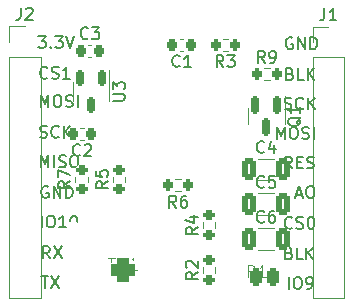
<source format=gto>
G04 #@! TF.GenerationSoftware,KiCad,Pcbnew,7.0.7*
G04 #@! TF.CreationDate,2024-04-02T13:03:34-04:00*
G04 #@! TF.ProjectId,sensor_node,73656e73-6f72-45f6-9e6f-64652e6b6963,rev?*
G04 #@! TF.SameCoordinates,Original*
G04 #@! TF.FileFunction,Legend,Top*
G04 #@! TF.FilePolarity,Positive*
%FSLAX46Y46*%
G04 Gerber Fmt 4.6, Leading zero omitted, Abs format (unit mm)*
G04 Created by KiCad (PCBNEW 7.0.7) date 2024-04-02 13:03:34*
%MOMM*%
%LPD*%
G01*
G04 APERTURE LIST*
G04 Aperture macros list*
%AMRoundRect*
0 Rectangle with rounded corners*
0 $1 Rounding radius*
0 $2 $3 $4 $5 $6 $7 $8 $9 X,Y pos of 4 corners*
0 Add a 4 corners polygon primitive as box body*
4,1,4,$2,$3,$4,$5,$6,$7,$8,$9,$2,$3,0*
0 Add four circle primitives for the rounded corners*
1,1,$1+$1,$2,$3*
1,1,$1+$1,$4,$5*
1,1,$1+$1,$6,$7*
1,1,$1+$1,$8,$9*
0 Add four rect primitives between the rounded corners*
20,1,$1+$1,$2,$3,$4,$5,0*
20,1,$1+$1,$4,$5,$6,$7,0*
20,1,$1+$1,$6,$7,$8,$9,0*
20,1,$1+$1,$8,$9,$2,$3,0*%
G04 Aperture macros list end*
%ADD10C,0.150000*%
%ADD11C,0.100000*%
%ADD12C,0.120000*%
%ADD13RoundRect,0.500000X-0.500000X-0.500000X0.500000X-0.500000X0.500000X0.500000X-0.500000X0.500000X0*%
%ADD14RoundRect,0.250000X-0.325000X-0.650000X0.325000X-0.650000X0.325000X0.650000X-0.325000X0.650000X0*%
%ADD15RoundRect,0.225000X-0.225000X-0.250000X0.225000X-0.250000X0.225000X0.250000X-0.225000X0.250000X0*%
%ADD16R,1.700000X1.700000*%
%ADD17O,1.700000X1.700000*%
%ADD18RoundRect,0.200000X0.200000X0.275000X-0.200000X0.275000X-0.200000X-0.275000X0.200000X-0.275000X0*%
%ADD19RoundRect,0.200000X0.275000X-0.200000X0.275000X0.200000X-0.275000X0.200000X-0.275000X-0.200000X0*%
%ADD20RoundRect,0.150000X-0.150000X0.512500X-0.150000X-0.512500X0.150000X-0.512500X0.150000X0.512500X0*%
%ADD21RoundRect,0.225000X0.225000X0.250000X-0.225000X0.250000X-0.225000X-0.250000X0.225000X-0.250000X0*%
%ADD22RoundRect,0.200000X-0.200000X-0.275000X0.200000X-0.275000X0.200000X0.275000X-0.200000X0.275000X0*%
%ADD23RoundRect,0.150000X-0.150000X0.587500X-0.150000X-0.587500X0.150000X-0.587500X0.150000X0.587500X0*%
%ADD24RoundRect,0.250000X-0.250000X-0.500000X0.250000X-0.500000X0.250000X0.500000X-0.250000X0.500000X0*%
%ADD25C,0.650000*%
%ADD26O,1.000000X1.600000*%
%ADD27O,1.000000X2.100000*%
G04 APERTURE END LIST*
D10*
X163108207Y-76074580D02*
X163060588Y-76122200D01*
X163060588Y-76122200D02*
X162917731Y-76169819D01*
X162917731Y-76169819D02*
X162822493Y-76169819D01*
X162822493Y-76169819D02*
X162679636Y-76122200D01*
X162679636Y-76122200D02*
X162584398Y-76026961D01*
X162584398Y-76026961D02*
X162536779Y-75931723D01*
X162536779Y-75931723D02*
X162489160Y-75741247D01*
X162489160Y-75741247D02*
X162489160Y-75598390D01*
X162489160Y-75598390D02*
X162536779Y-75407914D01*
X162536779Y-75407914D02*
X162584398Y-75312676D01*
X162584398Y-75312676D02*
X162679636Y-75217438D01*
X162679636Y-75217438D02*
X162822493Y-75169819D01*
X162822493Y-75169819D02*
X162917731Y-75169819D01*
X162917731Y-75169819D02*
X163060588Y-75217438D01*
X163060588Y-75217438D02*
X163108207Y-75265057D01*
X163489160Y-76122200D02*
X163632017Y-76169819D01*
X163632017Y-76169819D02*
X163870112Y-76169819D01*
X163870112Y-76169819D02*
X163965350Y-76122200D01*
X163965350Y-76122200D02*
X164012969Y-76074580D01*
X164012969Y-76074580D02*
X164060588Y-75979342D01*
X164060588Y-75979342D02*
X164060588Y-75884104D01*
X164060588Y-75884104D02*
X164012969Y-75788866D01*
X164012969Y-75788866D02*
X163965350Y-75741247D01*
X163965350Y-75741247D02*
X163870112Y-75693628D01*
X163870112Y-75693628D02*
X163679636Y-75646009D01*
X163679636Y-75646009D02*
X163584398Y-75598390D01*
X163584398Y-75598390D02*
X163536779Y-75550771D01*
X163536779Y-75550771D02*
X163489160Y-75455533D01*
X163489160Y-75455533D02*
X163489160Y-75360295D01*
X163489160Y-75360295D02*
X163536779Y-75265057D01*
X163536779Y-75265057D02*
X163584398Y-75217438D01*
X163584398Y-75217438D02*
X163679636Y-75169819D01*
X163679636Y-75169819D02*
X163917731Y-75169819D01*
X163917731Y-75169819D02*
X164060588Y-75217438D01*
X164679636Y-75169819D02*
X164774874Y-75169819D01*
X164774874Y-75169819D02*
X164870112Y-75217438D01*
X164870112Y-75217438D02*
X164917731Y-75265057D01*
X164917731Y-75265057D02*
X164965350Y-75360295D01*
X164965350Y-75360295D02*
X165012969Y-75550771D01*
X165012969Y-75550771D02*
X165012969Y-75788866D01*
X165012969Y-75788866D02*
X164965350Y-75979342D01*
X164965350Y-75979342D02*
X164917731Y-76074580D01*
X164917731Y-76074580D02*
X164870112Y-76122200D01*
X164870112Y-76122200D02*
X164774874Y-76169819D01*
X164774874Y-76169819D02*
X164679636Y-76169819D01*
X164679636Y-76169819D02*
X164584398Y-76122200D01*
X164584398Y-76122200D02*
X164536779Y-76074580D01*
X164536779Y-76074580D02*
X164489160Y-75979342D01*
X164489160Y-75979342D02*
X164441541Y-75788866D01*
X164441541Y-75788866D02*
X164441541Y-75550771D01*
X164441541Y-75550771D02*
X164489160Y-75360295D01*
X164489160Y-75360295D02*
X164536779Y-75265057D01*
X164536779Y-75265057D02*
X164584398Y-75217438D01*
X164584398Y-75217438D02*
X164679636Y-75169819D01*
X161836779Y-68569819D02*
X161836779Y-67569819D01*
X161836779Y-67569819D02*
X162170112Y-68284104D01*
X162170112Y-68284104D02*
X162503445Y-67569819D01*
X162503445Y-67569819D02*
X162503445Y-68569819D01*
X163170112Y-67569819D02*
X163360588Y-67569819D01*
X163360588Y-67569819D02*
X163455826Y-67617438D01*
X163455826Y-67617438D02*
X163551064Y-67712676D01*
X163551064Y-67712676D02*
X163598683Y-67903152D01*
X163598683Y-67903152D02*
X163598683Y-68236485D01*
X163598683Y-68236485D02*
X163551064Y-68426961D01*
X163551064Y-68426961D02*
X163455826Y-68522200D01*
X163455826Y-68522200D02*
X163360588Y-68569819D01*
X163360588Y-68569819D02*
X163170112Y-68569819D01*
X163170112Y-68569819D02*
X163074874Y-68522200D01*
X163074874Y-68522200D02*
X162979636Y-68426961D01*
X162979636Y-68426961D02*
X162932017Y-68236485D01*
X162932017Y-68236485D02*
X162932017Y-67903152D01*
X162932017Y-67903152D02*
X162979636Y-67712676D01*
X162979636Y-67712676D02*
X163074874Y-67617438D01*
X163074874Y-67617438D02*
X163170112Y-67569819D01*
X163979636Y-68522200D02*
X164122493Y-68569819D01*
X164122493Y-68569819D02*
X164360588Y-68569819D01*
X164360588Y-68569819D02*
X164455826Y-68522200D01*
X164455826Y-68522200D02*
X164503445Y-68474580D01*
X164503445Y-68474580D02*
X164551064Y-68379342D01*
X164551064Y-68379342D02*
X164551064Y-68284104D01*
X164551064Y-68284104D02*
X164503445Y-68188866D01*
X164503445Y-68188866D02*
X164455826Y-68141247D01*
X164455826Y-68141247D02*
X164360588Y-68093628D01*
X164360588Y-68093628D02*
X164170112Y-68046009D01*
X164170112Y-68046009D02*
X164074874Y-67998390D01*
X164074874Y-67998390D02*
X164027255Y-67950771D01*
X164027255Y-67950771D02*
X163979636Y-67855533D01*
X163979636Y-67855533D02*
X163979636Y-67760295D01*
X163979636Y-67760295D02*
X164027255Y-67665057D01*
X164027255Y-67665057D02*
X164074874Y-67617438D01*
X164074874Y-67617438D02*
X164170112Y-67569819D01*
X164170112Y-67569819D02*
X164408207Y-67569819D01*
X164408207Y-67569819D02*
X164551064Y-67617438D01*
X164979636Y-68569819D02*
X164979636Y-67569819D01*
X141893922Y-80169819D02*
X142465350Y-80169819D01*
X142179636Y-81169819D02*
X142179636Y-80169819D01*
X142703446Y-80169819D02*
X143370112Y-81169819D01*
X143370112Y-80169819D02*
X142703446Y-81169819D01*
X162489160Y-66022200D02*
X162632017Y-66069819D01*
X162632017Y-66069819D02*
X162870112Y-66069819D01*
X162870112Y-66069819D02*
X162965350Y-66022200D01*
X162965350Y-66022200D02*
X163012969Y-65974580D01*
X163012969Y-65974580D02*
X163060588Y-65879342D01*
X163060588Y-65879342D02*
X163060588Y-65784104D01*
X163060588Y-65784104D02*
X163012969Y-65688866D01*
X163012969Y-65688866D02*
X162965350Y-65641247D01*
X162965350Y-65641247D02*
X162870112Y-65593628D01*
X162870112Y-65593628D02*
X162679636Y-65546009D01*
X162679636Y-65546009D02*
X162584398Y-65498390D01*
X162584398Y-65498390D02*
X162536779Y-65450771D01*
X162536779Y-65450771D02*
X162489160Y-65355533D01*
X162489160Y-65355533D02*
X162489160Y-65260295D01*
X162489160Y-65260295D02*
X162536779Y-65165057D01*
X162536779Y-65165057D02*
X162584398Y-65117438D01*
X162584398Y-65117438D02*
X162679636Y-65069819D01*
X162679636Y-65069819D02*
X162917731Y-65069819D01*
X162917731Y-65069819D02*
X163060588Y-65117438D01*
X164060588Y-65974580D02*
X164012969Y-66022200D01*
X164012969Y-66022200D02*
X163870112Y-66069819D01*
X163870112Y-66069819D02*
X163774874Y-66069819D01*
X163774874Y-66069819D02*
X163632017Y-66022200D01*
X163632017Y-66022200D02*
X163536779Y-65926961D01*
X163536779Y-65926961D02*
X163489160Y-65831723D01*
X163489160Y-65831723D02*
X163441541Y-65641247D01*
X163441541Y-65641247D02*
X163441541Y-65498390D01*
X163441541Y-65498390D02*
X163489160Y-65307914D01*
X163489160Y-65307914D02*
X163536779Y-65212676D01*
X163536779Y-65212676D02*
X163632017Y-65117438D01*
X163632017Y-65117438D02*
X163774874Y-65069819D01*
X163774874Y-65069819D02*
X163870112Y-65069819D01*
X163870112Y-65069819D02*
X164012969Y-65117438D01*
X164012969Y-65117438D02*
X164060588Y-65165057D01*
X164489160Y-66069819D02*
X164489160Y-65069819D01*
X165060588Y-66069819D02*
X164632017Y-65498390D01*
X165060588Y-65069819D02*
X164489160Y-65641247D01*
X141789160Y-68422200D02*
X141932017Y-68469819D01*
X141932017Y-68469819D02*
X142170112Y-68469819D01*
X142170112Y-68469819D02*
X142265350Y-68422200D01*
X142265350Y-68422200D02*
X142312969Y-68374580D01*
X142312969Y-68374580D02*
X142360588Y-68279342D01*
X142360588Y-68279342D02*
X142360588Y-68184104D01*
X142360588Y-68184104D02*
X142312969Y-68088866D01*
X142312969Y-68088866D02*
X142265350Y-68041247D01*
X142265350Y-68041247D02*
X142170112Y-67993628D01*
X142170112Y-67993628D02*
X141979636Y-67946009D01*
X141979636Y-67946009D02*
X141884398Y-67898390D01*
X141884398Y-67898390D02*
X141836779Y-67850771D01*
X141836779Y-67850771D02*
X141789160Y-67755533D01*
X141789160Y-67755533D02*
X141789160Y-67660295D01*
X141789160Y-67660295D02*
X141836779Y-67565057D01*
X141836779Y-67565057D02*
X141884398Y-67517438D01*
X141884398Y-67517438D02*
X141979636Y-67469819D01*
X141979636Y-67469819D02*
X142217731Y-67469819D01*
X142217731Y-67469819D02*
X142360588Y-67517438D01*
X143360588Y-68374580D02*
X143312969Y-68422200D01*
X143312969Y-68422200D02*
X143170112Y-68469819D01*
X143170112Y-68469819D02*
X143074874Y-68469819D01*
X143074874Y-68469819D02*
X142932017Y-68422200D01*
X142932017Y-68422200D02*
X142836779Y-68326961D01*
X142836779Y-68326961D02*
X142789160Y-68231723D01*
X142789160Y-68231723D02*
X142741541Y-68041247D01*
X142741541Y-68041247D02*
X142741541Y-67898390D01*
X142741541Y-67898390D02*
X142789160Y-67707914D01*
X142789160Y-67707914D02*
X142836779Y-67612676D01*
X142836779Y-67612676D02*
X142932017Y-67517438D01*
X142932017Y-67517438D02*
X143074874Y-67469819D01*
X143074874Y-67469819D02*
X143170112Y-67469819D01*
X143170112Y-67469819D02*
X143312969Y-67517438D01*
X143312969Y-67517438D02*
X143360588Y-67565057D01*
X143789160Y-68469819D02*
X143789160Y-67469819D01*
X144360588Y-68469819D02*
X143932017Y-67898390D01*
X144360588Y-67469819D02*
X143789160Y-68041247D01*
X141836779Y-70969819D02*
X141836779Y-69969819D01*
X141836779Y-69969819D02*
X142170112Y-70684104D01*
X142170112Y-70684104D02*
X142503445Y-69969819D01*
X142503445Y-69969819D02*
X142503445Y-70969819D01*
X142979636Y-70969819D02*
X142979636Y-69969819D01*
X143408207Y-70922200D02*
X143551064Y-70969819D01*
X143551064Y-70969819D02*
X143789159Y-70969819D01*
X143789159Y-70969819D02*
X143884397Y-70922200D01*
X143884397Y-70922200D02*
X143932016Y-70874580D01*
X143932016Y-70874580D02*
X143979635Y-70779342D01*
X143979635Y-70779342D02*
X143979635Y-70684104D01*
X143979635Y-70684104D02*
X143932016Y-70588866D01*
X143932016Y-70588866D02*
X143884397Y-70541247D01*
X143884397Y-70541247D02*
X143789159Y-70493628D01*
X143789159Y-70493628D02*
X143598683Y-70446009D01*
X143598683Y-70446009D02*
X143503445Y-70398390D01*
X143503445Y-70398390D02*
X143455826Y-70350771D01*
X143455826Y-70350771D02*
X143408207Y-70255533D01*
X143408207Y-70255533D02*
X143408207Y-70160295D01*
X143408207Y-70160295D02*
X143455826Y-70065057D01*
X143455826Y-70065057D02*
X143503445Y-70017438D01*
X143503445Y-70017438D02*
X143598683Y-69969819D01*
X143598683Y-69969819D02*
X143836778Y-69969819D01*
X143836778Y-69969819D02*
X143979635Y-70017438D01*
X144598683Y-69969819D02*
X144789159Y-69969819D01*
X144789159Y-69969819D02*
X144884397Y-70017438D01*
X144884397Y-70017438D02*
X144979635Y-70112676D01*
X144979635Y-70112676D02*
X145027254Y-70303152D01*
X145027254Y-70303152D02*
X145027254Y-70636485D01*
X145027254Y-70636485D02*
X144979635Y-70826961D01*
X144979635Y-70826961D02*
X144884397Y-70922200D01*
X144884397Y-70922200D02*
X144789159Y-70969819D01*
X144789159Y-70969819D02*
X144598683Y-70969819D01*
X144598683Y-70969819D02*
X144503445Y-70922200D01*
X144503445Y-70922200D02*
X144408207Y-70826961D01*
X144408207Y-70826961D02*
X144360588Y-70636485D01*
X144360588Y-70636485D02*
X144360588Y-70303152D01*
X144360588Y-70303152D02*
X144408207Y-70112676D01*
X144408207Y-70112676D02*
X144503445Y-70017438D01*
X144503445Y-70017438D02*
X144598683Y-69969819D01*
X162870112Y-78246009D02*
X163012969Y-78293628D01*
X163012969Y-78293628D02*
X163060588Y-78341247D01*
X163060588Y-78341247D02*
X163108207Y-78436485D01*
X163108207Y-78436485D02*
X163108207Y-78579342D01*
X163108207Y-78579342D02*
X163060588Y-78674580D01*
X163060588Y-78674580D02*
X163012969Y-78722200D01*
X163012969Y-78722200D02*
X162917731Y-78769819D01*
X162917731Y-78769819D02*
X162536779Y-78769819D01*
X162536779Y-78769819D02*
X162536779Y-77769819D01*
X162536779Y-77769819D02*
X162870112Y-77769819D01*
X162870112Y-77769819D02*
X162965350Y-77817438D01*
X162965350Y-77817438D02*
X163012969Y-77865057D01*
X163012969Y-77865057D02*
X163060588Y-77960295D01*
X163060588Y-77960295D02*
X163060588Y-78055533D01*
X163060588Y-78055533D02*
X163012969Y-78150771D01*
X163012969Y-78150771D02*
X162965350Y-78198390D01*
X162965350Y-78198390D02*
X162870112Y-78246009D01*
X162870112Y-78246009D02*
X162536779Y-78246009D01*
X164012969Y-78769819D02*
X163536779Y-78769819D01*
X163536779Y-78769819D02*
X163536779Y-77769819D01*
X164346303Y-78769819D02*
X164346303Y-77769819D01*
X164917731Y-78769819D02*
X164489160Y-78198390D01*
X164917731Y-77769819D02*
X164346303Y-78341247D01*
X142408207Y-63374580D02*
X142360588Y-63422200D01*
X142360588Y-63422200D02*
X142217731Y-63469819D01*
X142217731Y-63469819D02*
X142122493Y-63469819D01*
X142122493Y-63469819D02*
X141979636Y-63422200D01*
X141979636Y-63422200D02*
X141884398Y-63326961D01*
X141884398Y-63326961D02*
X141836779Y-63231723D01*
X141836779Y-63231723D02*
X141789160Y-63041247D01*
X141789160Y-63041247D02*
X141789160Y-62898390D01*
X141789160Y-62898390D02*
X141836779Y-62707914D01*
X141836779Y-62707914D02*
X141884398Y-62612676D01*
X141884398Y-62612676D02*
X141979636Y-62517438D01*
X141979636Y-62517438D02*
X142122493Y-62469819D01*
X142122493Y-62469819D02*
X142217731Y-62469819D01*
X142217731Y-62469819D02*
X142360588Y-62517438D01*
X142360588Y-62517438D02*
X142408207Y-62565057D01*
X142789160Y-63422200D02*
X142932017Y-63469819D01*
X142932017Y-63469819D02*
X143170112Y-63469819D01*
X143170112Y-63469819D02*
X143265350Y-63422200D01*
X143265350Y-63422200D02*
X143312969Y-63374580D01*
X143312969Y-63374580D02*
X143360588Y-63279342D01*
X143360588Y-63279342D02*
X143360588Y-63184104D01*
X143360588Y-63184104D02*
X143312969Y-63088866D01*
X143312969Y-63088866D02*
X143265350Y-63041247D01*
X143265350Y-63041247D02*
X143170112Y-62993628D01*
X143170112Y-62993628D02*
X142979636Y-62946009D01*
X142979636Y-62946009D02*
X142884398Y-62898390D01*
X142884398Y-62898390D02*
X142836779Y-62850771D01*
X142836779Y-62850771D02*
X142789160Y-62755533D01*
X142789160Y-62755533D02*
X142789160Y-62660295D01*
X142789160Y-62660295D02*
X142836779Y-62565057D01*
X142836779Y-62565057D02*
X142884398Y-62517438D01*
X142884398Y-62517438D02*
X142979636Y-62469819D01*
X142979636Y-62469819D02*
X143217731Y-62469819D01*
X143217731Y-62469819D02*
X143360588Y-62517438D01*
X144312969Y-63469819D02*
X143741541Y-63469819D01*
X144027255Y-63469819D02*
X144027255Y-62469819D01*
X144027255Y-62469819D02*
X143932017Y-62612676D01*
X143932017Y-62612676D02*
X143836779Y-62707914D01*
X143836779Y-62707914D02*
X143741541Y-62755533D01*
X162970112Y-63046009D02*
X163112969Y-63093628D01*
X163112969Y-63093628D02*
X163160588Y-63141247D01*
X163160588Y-63141247D02*
X163208207Y-63236485D01*
X163208207Y-63236485D02*
X163208207Y-63379342D01*
X163208207Y-63379342D02*
X163160588Y-63474580D01*
X163160588Y-63474580D02*
X163112969Y-63522200D01*
X163112969Y-63522200D02*
X163017731Y-63569819D01*
X163017731Y-63569819D02*
X162636779Y-63569819D01*
X162636779Y-63569819D02*
X162636779Y-62569819D01*
X162636779Y-62569819D02*
X162970112Y-62569819D01*
X162970112Y-62569819D02*
X163065350Y-62617438D01*
X163065350Y-62617438D02*
X163112969Y-62665057D01*
X163112969Y-62665057D02*
X163160588Y-62760295D01*
X163160588Y-62760295D02*
X163160588Y-62855533D01*
X163160588Y-62855533D02*
X163112969Y-62950771D01*
X163112969Y-62950771D02*
X163065350Y-62998390D01*
X163065350Y-62998390D02*
X162970112Y-63046009D01*
X162970112Y-63046009D02*
X162636779Y-63046009D01*
X164112969Y-63569819D02*
X163636779Y-63569819D01*
X163636779Y-63569819D02*
X163636779Y-62569819D01*
X164446303Y-63569819D02*
X164446303Y-62569819D01*
X165017731Y-63569819D02*
X164589160Y-62998390D01*
X165017731Y-62569819D02*
X164446303Y-63141247D01*
X163108207Y-71069819D02*
X162774874Y-70593628D01*
X162536779Y-71069819D02*
X162536779Y-70069819D01*
X162536779Y-70069819D02*
X162917731Y-70069819D01*
X162917731Y-70069819D02*
X163012969Y-70117438D01*
X163012969Y-70117438D02*
X163060588Y-70165057D01*
X163060588Y-70165057D02*
X163108207Y-70260295D01*
X163108207Y-70260295D02*
X163108207Y-70403152D01*
X163108207Y-70403152D02*
X163060588Y-70498390D01*
X163060588Y-70498390D02*
X163012969Y-70546009D01*
X163012969Y-70546009D02*
X162917731Y-70593628D01*
X162917731Y-70593628D02*
X162536779Y-70593628D01*
X163536779Y-70546009D02*
X163870112Y-70546009D01*
X164012969Y-71069819D02*
X163536779Y-71069819D01*
X163536779Y-71069819D02*
X163536779Y-70069819D01*
X163536779Y-70069819D02*
X164012969Y-70069819D01*
X164393922Y-71022200D02*
X164536779Y-71069819D01*
X164536779Y-71069819D02*
X164774874Y-71069819D01*
X164774874Y-71069819D02*
X164870112Y-71022200D01*
X164870112Y-71022200D02*
X164917731Y-70974580D01*
X164917731Y-70974580D02*
X164965350Y-70879342D01*
X164965350Y-70879342D02*
X164965350Y-70784104D01*
X164965350Y-70784104D02*
X164917731Y-70688866D01*
X164917731Y-70688866D02*
X164870112Y-70641247D01*
X164870112Y-70641247D02*
X164774874Y-70593628D01*
X164774874Y-70593628D02*
X164584398Y-70546009D01*
X164584398Y-70546009D02*
X164489160Y-70498390D01*
X164489160Y-70498390D02*
X164441541Y-70450771D01*
X164441541Y-70450771D02*
X164393922Y-70355533D01*
X164393922Y-70355533D02*
X164393922Y-70260295D01*
X164393922Y-70260295D02*
X164441541Y-70165057D01*
X164441541Y-70165057D02*
X164489160Y-70117438D01*
X164489160Y-70117438D02*
X164584398Y-70069819D01*
X164584398Y-70069819D02*
X164822493Y-70069819D01*
X164822493Y-70069819D02*
X164965350Y-70117438D01*
X163489160Y-73284104D02*
X163965350Y-73284104D01*
X163393922Y-73569819D02*
X163727255Y-72569819D01*
X163727255Y-72569819D02*
X164060588Y-73569819D01*
X164584398Y-72569819D02*
X164774874Y-72569819D01*
X164774874Y-72569819D02*
X164870112Y-72617438D01*
X164870112Y-72617438D02*
X164965350Y-72712676D01*
X164965350Y-72712676D02*
X165012969Y-72903152D01*
X165012969Y-72903152D02*
X165012969Y-73236485D01*
X165012969Y-73236485D02*
X164965350Y-73426961D01*
X164965350Y-73426961D02*
X164870112Y-73522200D01*
X164870112Y-73522200D02*
X164774874Y-73569819D01*
X164774874Y-73569819D02*
X164584398Y-73569819D01*
X164584398Y-73569819D02*
X164489160Y-73522200D01*
X164489160Y-73522200D02*
X164393922Y-73426961D01*
X164393922Y-73426961D02*
X164346303Y-73236485D01*
X164346303Y-73236485D02*
X164346303Y-72903152D01*
X164346303Y-72903152D02*
X164393922Y-72712676D01*
X164393922Y-72712676D02*
X164489160Y-72617438D01*
X164489160Y-72617438D02*
X164584398Y-72569819D01*
X142608207Y-78669819D02*
X142274874Y-78193628D01*
X142036779Y-78669819D02*
X142036779Y-77669819D01*
X142036779Y-77669819D02*
X142417731Y-77669819D01*
X142417731Y-77669819D02*
X142512969Y-77717438D01*
X142512969Y-77717438D02*
X142560588Y-77765057D01*
X142560588Y-77765057D02*
X142608207Y-77860295D01*
X142608207Y-77860295D02*
X142608207Y-78003152D01*
X142608207Y-78003152D02*
X142560588Y-78098390D01*
X142560588Y-78098390D02*
X142512969Y-78146009D01*
X142512969Y-78146009D02*
X142417731Y-78193628D01*
X142417731Y-78193628D02*
X142036779Y-78193628D01*
X142941541Y-77669819D02*
X143608207Y-78669819D01*
X143608207Y-77669819D02*
X142941541Y-78669819D01*
X141641541Y-59869819D02*
X142260588Y-59869819D01*
X142260588Y-59869819D02*
X141927255Y-60250771D01*
X141927255Y-60250771D02*
X142070112Y-60250771D01*
X142070112Y-60250771D02*
X142165350Y-60298390D01*
X142165350Y-60298390D02*
X142212969Y-60346009D01*
X142212969Y-60346009D02*
X142260588Y-60441247D01*
X142260588Y-60441247D02*
X142260588Y-60679342D01*
X142260588Y-60679342D02*
X142212969Y-60774580D01*
X142212969Y-60774580D02*
X142165350Y-60822200D01*
X142165350Y-60822200D02*
X142070112Y-60869819D01*
X142070112Y-60869819D02*
X141784398Y-60869819D01*
X141784398Y-60869819D02*
X141689160Y-60822200D01*
X141689160Y-60822200D02*
X141641541Y-60774580D01*
X142689160Y-60774580D02*
X142736779Y-60822200D01*
X142736779Y-60822200D02*
X142689160Y-60869819D01*
X142689160Y-60869819D02*
X142641541Y-60822200D01*
X142641541Y-60822200D02*
X142689160Y-60774580D01*
X142689160Y-60774580D02*
X142689160Y-60869819D01*
X143070112Y-59869819D02*
X143689159Y-59869819D01*
X143689159Y-59869819D02*
X143355826Y-60250771D01*
X143355826Y-60250771D02*
X143498683Y-60250771D01*
X143498683Y-60250771D02*
X143593921Y-60298390D01*
X143593921Y-60298390D02*
X143641540Y-60346009D01*
X143641540Y-60346009D02*
X143689159Y-60441247D01*
X143689159Y-60441247D02*
X143689159Y-60679342D01*
X143689159Y-60679342D02*
X143641540Y-60774580D01*
X143641540Y-60774580D02*
X143593921Y-60822200D01*
X143593921Y-60822200D02*
X143498683Y-60869819D01*
X143498683Y-60869819D02*
X143212969Y-60869819D01*
X143212969Y-60869819D02*
X143117731Y-60822200D01*
X143117731Y-60822200D02*
X143070112Y-60774580D01*
X143974874Y-59869819D02*
X144308207Y-60869819D01*
X144308207Y-60869819D02*
X144641540Y-59869819D01*
X163160588Y-60017438D02*
X163065350Y-59969819D01*
X163065350Y-59969819D02*
X162922493Y-59969819D01*
X162922493Y-59969819D02*
X162779636Y-60017438D01*
X162779636Y-60017438D02*
X162684398Y-60112676D01*
X162684398Y-60112676D02*
X162636779Y-60207914D01*
X162636779Y-60207914D02*
X162589160Y-60398390D01*
X162589160Y-60398390D02*
X162589160Y-60541247D01*
X162589160Y-60541247D02*
X162636779Y-60731723D01*
X162636779Y-60731723D02*
X162684398Y-60826961D01*
X162684398Y-60826961D02*
X162779636Y-60922200D01*
X162779636Y-60922200D02*
X162922493Y-60969819D01*
X162922493Y-60969819D02*
X163017731Y-60969819D01*
X163017731Y-60969819D02*
X163160588Y-60922200D01*
X163160588Y-60922200D02*
X163208207Y-60874580D01*
X163208207Y-60874580D02*
X163208207Y-60541247D01*
X163208207Y-60541247D02*
X163017731Y-60541247D01*
X163636779Y-60969819D02*
X163636779Y-59969819D01*
X163636779Y-59969819D02*
X164208207Y-60969819D01*
X164208207Y-60969819D02*
X164208207Y-59969819D01*
X164684398Y-60969819D02*
X164684398Y-59969819D01*
X164684398Y-59969819D02*
X164922493Y-59969819D01*
X164922493Y-59969819D02*
X165065350Y-60017438D01*
X165065350Y-60017438D02*
X165160588Y-60112676D01*
X165160588Y-60112676D02*
X165208207Y-60207914D01*
X165208207Y-60207914D02*
X165255826Y-60398390D01*
X165255826Y-60398390D02*
X165255826Y-60541247D01*
X165255826Y-60541247D02*
X165208207Y-60731723D01*
X165208207Y-60731723D02*
X165160588Y-60826961D01*
X165160588Y-60826961D02*
X165065350Y-60922200D01*
X165065350Y-60922200D02*
X164922493Y-60969819D01*
X164922493Y-60969819D02*
X164684398Y-60969819D01*
X162836779Y-81269819D02*
X162836779Y-80269819D01*
X163503445Y-80269819D02*
X163693921Y-80269819D01*
X163693921Y-80269819D02*
X163789159Y-80317438D01*
X163789159Y-80317438D02*
X163884397Y-80412676D01*
X163884397Y-80412676D02*
X163932016Y-80603152D01*
X163932016Y-80603152D02*
X163932016Y-80936485D01*
X163932016Y-80936485D02*
X163884397Y-81126961D01*
X163884397Y-81126961D02*
X163789159Y-81222200D01*
X163789159Y-81222200D02*
X163693921Y-81269819D01*
X163693921Y-81269819D02*
X163503445Y-81269819D01*
X163503445Y-81269819D02*
X163408207Y-81222200D01*
X163408207Y-81222200D02*
X163312969Y-81126961D01*
X163312969Y-81126961D02*
X163265350Y-80936485D01*
X163265350Y-80936485D02*
X163265350Y-80603152D01*
X163265350Y-80603152D02*
X163312969Y-80412676D01*
X163312969Y-80412676D02*
X163408207Y-80317438D01*
X163408207Y-80317438D02*
X163503445Y-80269819D01*
X164408207Y-81269819D02*
X164598683Y-81269819D01*
X164598683Y-81269819D02*
X164693921Y-81222200D01*
X164693921Y-81222200D02*
X164741540Y-81174580D01*
X164741540Y-81174580D02*
X164836778Y-81031723D01*
X164836778Y-81031723D02*
X164884397Y-80841247D01*
X164884397Y-80841247D02*
X164884397Y-80460295D01*
X164884397Y-80460295D02*
X164836778Y-80365057D01*
X164836778Y-80365057D02*
X164789159Y-80317438D01*
X164789159Y-80317438D02*
X164693921Y-80269819D01*
X164693921Y-80269819D02*
X164503445Y-80269819D01*
X164503445Y-80269819D02*
X164408207Y-80317438D01*
X164408207Y-80317438D02*
X164360588Y-80365057D01*
X164360588Y-80365057D02*
X164312969Y-80460295D01*
X164312969Y-80460295D02*
X164312969Y-80698390D01*
X164312969Y-80698390D02*
X164360588Y-80793628D01*
X164360588Y-80793628D02*
X164408207Y-80841247D01*
X164408207Y-80841247D02*
X164503445Y-80888866D01*
X164503445Y-80888866D02*
X164693921Y-80888866D01*
X164693921Y-80888866D02*
X164789159Y-80841247D01*
X164789159Y-80841247D02*
X164836778Y-80793628D01*
X164836778Y-80793628D02*
X164884397Y-80698390D01*
X141936779Y-76069819D02*
X141936779Y-75069819D01*
X142603445Y-75069819D02*
X142793921Y-75069819D01*
X142793921Y-75069819D02*
X142889159Y-75117438D01*
X142889159Y-75117438D02*
X142984397Y-75212676D01*
X142984397Y-75212676D02*
X143032016Y-75403152D01*
X143032016Y-75403152D02*
X143032016Y-75736485D01*
X143032016Y-75736485D02*
X142984397Y-75926961D01*
X142984397Y-75926961D02*
X142889159Y-76022200D01*
X142889159Y-76022200D02*
X142793921Y-76069819D01*
X142793921Y-76069819D02*
X142603445Y-76069819D01*
X142603445Y-76069819D02*
X142508207Y-76022200D01*
X142508207Y-76022200D02*
X142412969Y-75926961D01*
X142412969Y-75926961D02*
X142365350Y-75736485D01*
X142365350Y-75736485D02*
X142365350Y-75403152D01*
X142365350Y-75403152D02*
X142412969Y-75212676D01*
X142412969Y-75212676D02*
X142508207Y-75117438D01*
X142508207Y-75117438D02*
X142603445Y-75069819D01*
X143984397Y-76069819D02*
X143412969Y-76069819D01*
X143698683Y-76069819D02*
X143698683Y-75069819D01*
X143698683Y-75069819D02*
X143603445Y-75212676D01*
X143603445Y-75212676D02*
X143508207Y-75307914D01*
X143508207Y-75307914D02*
X143412969Y-75355533D01*
X144603445Y-75069819D02*
X144698683Y-75069819D01*
X144698683Y-75069819D02*
X144793921Y-75117438D01*
X144793921Y-75117438D02*
X144841540Y-75165057D01*
X144841540Y-75165057D02*
X144889159Y-75260295D01*
X144889159Y-75260295D02*
X144936778Y-75450771D01*
X144936778Y-75450771D02*
X144936778Y-75688866D01*
X144936778Y-75688866D02*
X144889159Y-75879342D01*
X144889159Y-75879342D02*
X144841540Y-75974580D01*
X144841540Y-75974580D02*
X144793921Y-76022200D01*
X144793921Y-76022200D02*
X144698683Y-76069819D01*
X144698683Y-76069819D02*
X144603445Y-76069819D01*
X144603445Y-76069819D02*
X144508207Y-76022200D01*
X144508207Y-76022200D02*
X144460588Y-75974580D01*
X144460588Y-75974580D02*
X144412969Y-75879342D01*
X144412969Y-75879342D02*
X144365350Y-75688866D01*
X144365350Y-75688866D02*
X144365350Y-75450771D01*
X144365350Y-75450771D02*
X144412969Y-75260295D01*
X144412969Y-75260295D02*
X144460588Y-75165057D01*
X144460588Y-75165057D02*
X144508207Y-75117438D01*
X144508207Y-75117438D02*
X144603445Y-75069819D01*
X141836779Y-65869819D02*
X141836779Y-64869819D01*
X141836779Y-64869819D02*
X142170112Y-65584104D01*
X142170112Y-65584104D02*
X142503445Y-64869819D01*
X142503445Y-64869819D02*
X142503445Y-65869819D01*
X143170112Y-64869819D02*
X143360588Y-64869819D01*
X143360588Y-64869819D02*
X143455826Y-64917438D01*
X143455826Y-64917438D02*
X143551064Y-65012676D01*
X143551064Y-65012676D02*
X143598683Y-65203152D01*
X143598683Y-65203152D02*
X143598683Y-65536485D01*
X143598683Y-65536485D02*
X143551064Y-65726961D01*
X143551064Y-65726961D02*
X143455826Y-65822200D01*
X143455826Y-65822200D02*
X143360588Y-65869819D01*
X143360588Y-65869819D02*
X143170112Y-65869819D01*
X143170112Y-65869819D02*
X143074874Y-65822200D01*
X143074874Y-65822200D02*
X142979636Y-65726961D01*
X142979636Y-65726961D02*
X142932017Y-65536485D01*
X142932017Y-65536485D02*
X142932017Y-65203152D01*
X142932017Y-65203152D02*
X142979636Y-65012676D01*
X142979636Y-65012676D02*
X143074874Y-64917438D01*
X143074874Y-64917438D02*
X143170112Y-64869819D01*
X143979636Y-65822200D02*
X144122493Y-65869819D01*
X144122493Y-65869819D02*
X144360588Y-65869819D01*
X144360588Y-65869819D02*
X144455826Y-65822200D01*
X144455826Y-65822200D02*
X144503445Y-65774580D01*
X144503445Y-65774580D02*
X144551064Y-65679342D01*
X144551064Y-65679342D02*
X144551064Y-65584104D01*
X144551064Y-65584104D02*
X144503445Y-65488866D01*
X144503445Y-65488866D02*
X144455826Y-65441247D01*
X144455826Y-65441247D02*
X144360588Y-65393628D01*
X144360588Y-65393628D02*
X144170112Y-65346009D01*
X144170112Y-65346009D02*
X144074874Y-65298390D01*
X144074874Y-65298390D02*
X144027255Y-65250771D01*
X144027255Y-65250771D02*
X143979636Y-65155533D01*
X143979636Y-65155533D02*
X143979636Y-65060295D01*
X143979636Y-65060295D02*
X144027255Y-64965057D01*
X144027255Y-64965057D02*
X144074874Y-64917438D01*
X144074874Y-64917438D02*
X144170112Y-64869819D01*
X144170112Y-64869819D02*
X144408207Y-64869819D01*
X144408207Y-64869819D02*
X144551064Y-64917438D01*
X144979636Y-65869819D02*
X144979636Y-64869819D01*
X142460588Y-72617438D02*
X142365350Y-72569819D01*
X142365350Y-72569819D02*
X142222493Y-72569819D01*
X142222493Y-72569819D02*
X142079636Y-72617438D01*
X142079636Y-72617438D02*
X141984398Y-72712676D01*
X141984398Y-72712676D02*
X141936779Y-72807914D01*
X141936779Y-72807914D02*
X141889160Y-72998390D01*
X141889160Y-72998390D02*
X141889160Y-73141247D01*
X141889160Y-73141247D02*
X141936779Y-73331723D01*
X141936779Y-73331723D02*
X141984398Y-73426961D01*
X141984398Y-73426961D02*
X142079636Y-73522200D01*
X142079636Y-73522200D02*
X142222493Y-73569819D01*
X142222493Y-73569819D02*
X142317731Y-73569819D01*
X142317731Y-73569819D02*
X142460588Y-73522200D01*
X142460588Y-73522200D02*
X142508207Y-73474580D01*
X142508207Y-73474580D02*
X142508207Y-73141247D01*
X142508207Y-73141247D02*
X142317731Y-73141247D01*
X142936779Y-73569819D02*
X142936779Y-72569819D01*
X142936779Y-72569819D02*
X143508207Y-73569819D01*
X143508207Y-73569819D02*
X143508207Y-72569819D01*
X143984398Y-73569819D02*
X143984398Y-72569819D01*
X143984398Y-72569819D02*
X144222493Y-72569819D01*
X144222493Y-72569819D02*
X144365350Y-72617438D01*
X144365350Y-72617438D02*
X144460588Y-72712676D01*
X144460588Y-72712676D02*
X144508207Y-72807914D01*
X144508207Y-72807914D02*
X144555826Y-72998390D01*
X144555826Y-72998390D02*
X144555826Y-73141247D01*
X144555826Y-73141247D02*
X144508207Y-73331723D01*
X144508207Y-73331723D02*
X144460588Y-73426961D01*
X144460588Y-73426961D02*
X144365350Y-73522200D01*
X144365350Y-73522200D02*
X144222493Y-73569819D01*
X144222493Y-73569819D02*
X143984398Y-73569819D01*
D11*
X147538095Y-78657419D02*
X148109523Y-78657419D01*
X147823809Y-79657419D02*
X147823809Y-78657419D01*
X148442857Y-79657419D02*
X148442857Y-78657419D01*
X148442857Y-78657419D02*
X148823809Y-78657419D01*
X148823809Y-78657419D02*
X148919047Y-78705038D01*
X148919047Y-78705038D02*
X148966666Y-78752657D01*
X148966666Y-78752657D02*
X149014285Y-78847895D01*
X149014285Y-78847895D02*
X149014285Y-78990752D01*
X149014285Y-78990752D02*
X148966666Y-79085990D01*
X148966666Y-79085990D02*
X148919047Y-79133609D01*
X148919047Y-79133609D02*
X148823809Y-79181228D01*
X148823809Y-79181228D02*
X148442857Y-79181228D01*
X149966666Y-79657419D02*
X149395238Y-79657419D01*
X149680952Y-79657419D02*
X149680952Y-78657419D01*
X149680952Y-78657419D02*
X149585714Y-78800276D01*
X149585714Y-78800276D02*
X149490476Y-78895514D01*
X149490476Y-78895514D02*
X149395238Y-78943133D01*
D10*
X160758333Y-69659580D02*
X160710714Y-69707200D01*
X160710714Y-69707200D02*
X160567857Y-69754819D01*
X160567857Y-69754819D02*
X160472619Y-69754819D01*
X160472619Y-69754819D02*
X160329762Y-69707200D01*
X160329762Y-69707200D02*
X160234524Y-69611961D01*
X160234524Y-69611961D02*
X160186905Y-69516723D01*
X160186905Y-69516723D02*
X160139286Y-69326247D01*
X160139286Y-69326247D02*
X160139286Y-69183390D01*
X160139286Y-69183390D02*
X160186905Y-68992914D01*
X160186905Y-68992914D02*
X160234524Y-68897676D01*
X160234524Y-68897676D02*
X160329762Y-68802438D01*
X160329762Y-68802438D02*
X160472619Y-68754819D01*
X160472619Y-68754819D02*
X160567857Y-68754819D01*
X160567857Y-68754819D02*
X160710714Y-68802438D01*
X160710714Y-68802438D02*
X160758333Y-68850057D01*
X161615476Y-69088152D02*
X161615476Y-69754819D01*
X161377381Y-68707200D02*
X161139286Y-69421485D01*
X161139286Y-69421485D02*
X161758333Y-69421485D01*
X145833333Y-60029580D02*
X145785714Y-60077200D01*
X145785714Y-60077200D02*
X145642857Y-60124819D01*
X145642857Y-60124819D02*
X145547619Y-60124819D01*
X145547619Y-60124819D02*
X145404762Y-60077200D01*
X145404762Y-60077200D02*
X145309524Y-59981961D01*
X145309524Y-59981961D02*
X145261905Y-59886723D01*
X145261905Y-59886723D02*
X145214286Y-59696247D01*
X145214286Y-59696247D02*
X145214286Y-59553390D01*
X145214286Y-59553390D02*
X145261905Y-59362914D01*
X145261905Y-59362914D02*
X145309524Y-59267676D01*
X145309524Y-59267676D02*
X145404762Y-59172438D01*
X145404762Y-59172438D02*
X145547619Y-59124819D01*
X145547619Y-59124819D02*
X145642857Y-59124819D01*
X145642857Y-59124819D02*
X145785714Y-59172438D01*
X145785714Y-59172438D02*
X145833333Y-59220057D01*
X146166667Y-59124819D02*
X146785714Y-59124819D01*
X146785714Y-59124819D02*
X146452381Y-59505771D01*
X146452381Y-59505771D02*
X146595238Y-59505771D01*
X146595238Y-59505771D02*
X146690476Y-59553390D01*
X146690476Y-59553390D02*
X146738095Y-59601009D01*
X146738095Y-59601009D02*
X146785714Y-59696247D01*
X146785714Y-59696247D02*
X146785714Y-59934342D01*
X146785714Y-59934342D02*
X146738095Y-60029580D01*
X146738095Y-60029580D02*
X146690476Y-60077200D01*
X146690476Y-60077200D02*
X146595238Y-60124819D01*
X146595238Y-60124819D02*
X146309524Y-60124819D01*
X146309524Y-60124819D02*
X146214286Y-60077200D01*
X146214286Y-60077200D02*
X146166667Y-60029580D01*
X165866666Y-57514819D02*
X165866666Y-58229104D01*
X165866666Y-58229104D02*
X165819047Y-58371961D01*
X165819047Y-58371961D02*
X165723809Y-58467200D01*
X165723809Y-58467200D02*
X165580952Y-58514819D01*
X165580952Y-58514819D02*
X165485714Y-58514819D01*
X166866666Y-58514819D02*
X166295238Y-58514819D01*
X166580952Y-58514819D02*
X166580952Y-57514819D01*
X166580952Y-57514819D02*
X166485714Y-57657676D01*
X166485714Y-57657676D02*
X166390476Y-57752914D01*
X166390476Y-57752914D02*
X166295238Y-57800533D01*
X157308330Y-62484819D02*
X156974997Y-62008628D01*
X156736902Y-62484819D02*
X156736902Y-61484819D01*
X156736902Y-61484819D02*
X157117854Y-61484819D01*
X157117854Y-61484819D02*
X157213092Y-61532438D01*
X157213092Y-61532438D02*
X157260711Y-61580057D01*
X157260711Y-61580057D02*
X157308330Y-61675295D01*
X157308330Y-61675295D02*
X157308330Y-61818152D01*
X157308330Y-61818152D02*
X157260711Y-61913390D01*
X157260711Y-61913390D02*
X157213092Y-61961009D01*
X157213092Y-61961009D02*
X157117854Y-62008628D01*
X157117854Y-62008628D02*
X156736902Y-62008628D01*
X157641664Y-61484819D02*
X158260711Y-61484819D01*
X158260711Y-61484819D02*
X157927378Y-61865771D01*
X157927378Y-61865771D02*
X158070235Y-61865771D01*
X158070235Y-61865771D02*
X158165473Y-61913390D01*
X158165473Y-61913390D02*
X158213092Y-61961009D01*
X158213092Y-61961009D02*
X158260711Y-62056247D01*
X158260711Y-62056247D02*
X158260711Y-62294342D01*
X158260711Y-62294342D02*
X158213092Y-62389580D01*
X158213092Y-62389580D02*
X158165473Y-62437200D01*
X158165473Y-62437200D02*
X158070235Y-62484819D01*
X158070235Y-62484819D02*
X157784521Y-62484819D01*
X157784521Y-62484819D02*
X157689283Y-62437200D01*
X157689283Y-62437200D02*
X157641664Y-62389580D01*
X144324819Y-72166666D02*
X143848628Y-72499999D01*
X144324819Y-72738094D02*
X143324819Y-72738094D01*
X143324819Y-72738094D02*
X143324819Y-72357142D01*
X143324819Y-72357142D02*
X143372438Y-72261904D01*
X143372438Y-72261904D02*
X143420057Y-72214285D01*
X143420057Y-72214285D02*
X143515295Y-72166666D01*
X143515295Y-72166666D02*
X143658152Y-72166666D01*
X143658152Y-72166666D02*
X143753390Y-72214285D01*
X143753390Y-72214285D02*
X143801009Y-72261904D01*
X143801009Y-72261904D02*
X143848628Y-72357142D01*
X143848628Y-72357142D02*
X143848628Y-72738094D01*
X143324819Y-71833332D02*
X143324819Y-71166666D01*
X143324819Y-71166666D02*
X144324819Y-71595237D01*
X155124819Y-76041666D02*
X154648628Y-76374999D01*
X155124819Y-76613094D02*
X154124819Y-76613094D01*
X154124819Y-76613094D02*
X154124819Y-76232142D01*
X154124819Y-76232142D02*
X154172438Y-76136904D01*
X154172438Y-76136904D02*
X154220057Y-76089285D01*
X154220057Y-76089285D02*
X154315295Y-76041666D01*
X154315295Y-76041666D02*
X154458152Y-76041666D01*
X154458152Y-76041666D02*
X154553390Y-76089285D01*
X154553390Y-76089285D02*
X154601009Y-76136904D01*
X154601009Y-76136904D02*
X154648628Y-76232142D01*
X154648628Y-76232142D02*
X154648628Y-76613094D01*
X154458152Y-75184523D02*
X155124819Y-75184523D01*
X154077200Y-75422618D02*
X154791485Y-75660713D01*
X154791485Y-75660713D02*
X154791485Y-75041666D01*
X147954819Y-65324404D02*
X148764342Y-65324404D01*
X148764342Y-65324404D02*
X148859580Y-65276785D01*
X148859580Y-65276785D02*
X148907200Y-65229166D01*
X148907200Y-65229166D02*
X148954819Y-65133928D01*
X148954819Y-65133928D02*
X148954819Y-64943452D01*
X148954819Y-64943452D02*
X148907200Y-64848214D01*
X148907200Y-64848214D02*
X148859580Y-64800595D01*
X148859580Y-64800595D02*
X148764342Y-64752976D01*
X148764342Y-64752976D02*
X147954819Y-64752976D01*
X147954819Y-64372023D02*
X147954819Y-63752976D01*
X147954819Y-63752976D02*
X148335771Y-64086309D01*
X148335771Y-64086309D02*
X148335771Y-63943452D01*
X148335771Y-63943452D02*
X148383390Y-63848214D01*
X148383390Y-63848214D02*
X148431009Y-63800595D01*
X148431009Y-63800595D02*
X148526247Y-63752976D01*
X148526247Y-63752976D02*
X148764342Y-63752976D01*
X148764342Y-63752976D02*
X148859580Y-63800595D01*
X148859580Y-63800595D02*
X148907200Y-63848214D01*
X148907200Y-63848214D02*
X148954819Y-63943452D01*
X148954819Y-63943452D02*
X148954819Y-64229166D01*
X148954819Y-64229166D02*
X148907200Y-64324404D01*
X148907200Y-64324404D02*
X148859580Y-64372023D01*
X160758333Y-75559580D02*
X160710714Y-75607200D01*
X160710714Y-75607200D02*
X160567857Y-75654819D01*
X160567857Y-75654819D02*
X160472619Y-75654819D01*
X160472619Y-75654819D02*
X160329762Y-75607200D01*
X160329762Y-75607200D02*
X160234524Y-75511961D01*
X160234524Y-75511961D02*
X160186905Y-75416723D01*
X160186905Y-75416723D02*
X160139286Y-75226247D01*
X160139286Y-75226247D02*
X160139286Y-75083390D01*
X160139286Y-75083390D02*
X160186905Y-74892914D01*
X160186905Y-74892914D02*
X160234524Y-74797676D01*
X160234524Y-74797676D02*
X160329762Y-74702438D01*
X160329762Y-74702438D02*
X160472619Y-74654819D01*
X160472619Y-74654819D02*
X160567857Y-74654819D01*
X160567857Y-74654819D02*
X160710714Y-74702438D01*
X160710714Y-74702438D02*
X160758333Y-74750057D01*
X161615476Y-74654819D02*
X161425000Y-74654819D01*
X161425000Y-74654819D02*
X161329762Y-74702438D01*
X161329762Y-74702438D02*
X161282143Y-74750057D01*
X161282143Y-74750057D02*
X161186905Y-74892914D01*
X161186905Y-74892914D02*
X161139286Y-75083390D01*
X161139286Y-75083390D02*
X161139286Y-75464342D01*
X161139286Y-75464342D02*
X161186905Y-75559580D01*
X161186905Y-75559580D02*
X161234524Y-75607200D01*
X161234524Y-75607200D02*
X161329762Y-75654819D01*
X161329762Y-75654819D02*
X161520238Y-75654819D01*
X161520238Y-75654819D02*
X161615476Y-75607200D01*
X161615476Y-75607200D02*
X161663095Y-75559580D01*
X161663095Y-75559580D02*
X161710714Y-75464342D01*
X161710714Y-75464342D02*
X161710714Y-75226247D01*
X161710714Y-75226247D02*
X161663095Y-75131009D01*
X161663095Y-75131009D02*
X161615476Y-75083390D01*
X161615476Y-75083390D02*
X161520238Y-75035771D01*
X161520238Y-75035771D02*
X161329762Y-75035771D01*
X161329762Y-75035771D02*
X161234524Y-75083390D01*
X161234524Y-75083390D02*
X161186905Y-75131009D01*
X161186905Y-75131009D02*
X161139286Y-75226247D01*
X147524819Y-72166666D02*
X147048628Y-72499999D01*
X147524819Y-72738094D02*
X146524819Y-72738094D01*
X146524819Y-72738094D02*
X146524819Y-72357142D01*
X146524819Y-72357142D02*
X146572438Y-72261904D01*
X146572438Y-72261904D02*
X146620057Y-72214285D01*
X146620057Y-72214285D02*
X146715295Y-72166666D01*
X146715295Y-72166666D02*
X146858152Y-72166666D01*
X146858152Y-72166666D02*
X146953390Y-72214285D01*
X146953390Y-72214285D02*
X147001009Y-72261904D01*
X147001009Y-72261904D02*
X147048628Y-72357142D01*
X147048628Y-72357142D02*
X147048628Y-72738094D01*
X146524819Y-71261904D02*
X146524819Y-71738094D01*
X146524819Y-71738094D02*
X147001009Y-71785713D01*
X147001009Y-71785713D02*
X146953390Y-71738094D01*
X146953390Y-71738094D02*
X146905771Y-71642856D01*
X146905771Y-71642856D02*
X146905771Y-71404761D01*
X146905771Y-71404761D02*
X146953390Y-71309523D01*
X146953390Y-71309523D02*
X147001009Y-71261904D01*
X147001009Y-71261904D02*
X147096247Y-71214285D01*
X147096247Y-71214285D02*
X147334342Y-71214285D01*
X147334342Y-71214285D02*
X147429580Y-71261904D01*
X147429580Y-71261904D02*
X147477200Y-71309523D01*
X147477200Y-71309523D02*
X147524819Y-71404761D01*
X147524819Y-71404761D02*
X147524819Y-71642856D01*
X147524819Y-71642856D02*
X147477200Y-71738094D01*
X147477200Y-71738094D02*
X147429580Y-71785713D01*
X140166666Y-57474819D02*
X140166666Y-58189104D01*
X140166666Y-58189104D02*
X140119047Y-58331961D01*
X140119047Y-58331961D02*
X140023809Y-58427200D01*
X140023809Y-58427200D02*
X139880952Y-58474819D01*
X139880952Y-58474819D02*
X139785714Y-58474819D01*
X140595238Y-57570057D02*
X140642857Y-57522438D01*
X140642857Y-57522438D02*
X140738095Y-57474819D01*
X140738095Y-57474819D02*
X140976190Y-57474819D01*
X140976190Y-57474819D02*
X141071428Y-57522438D01*
X141071428Y-57522438D02*
X141119047Y-57570057D01*
X141119047Y-57570057D02*
X141166666Y-57665295D01*
X141166666Y-57665295D02*
X141166666Y-57760533D01*
X141166666Y-57760533D02*
X141119047Y-57903390D01*
X141119047Y-57903390D02*
X140547619Y-58474819D01*
X140547619Y-58474819D02*
X141166666Y-58474819D01*
X153608333Y-62389580D02*
X153560714Y-62437200D01*
X153560714Y-62437200D02*
X153417857Y-62484819D01*
X153417857Y-62484819D02*
X153322619Y-62484819D01*
X153322619Y-62484819D02*
X153179762Y-62437200D01*
X153179762Y-62437200D02*
X153084524Y-62341961D01*
X153084524Y-62341961D02*
X153036905Y-62246723D01*
X153036905Y-62246723D02*
X152989286Y-62056247D01*
X152989286Y-62056247D02*
X152989286Y-61913390D01*
X152989286Y-61913390D02*
X153036905Y-61722914D01*
X153036905Y-61722914D02*
X153084524Y-61627676D01*
X153084524Y-61627676D02*
X153179762Y-61532438D01*
X153179762Y-61532438D02*
X153322619Y-61484819D01*
X153322619Y-61484819D02*
X153417857Y-61484819D01*
X153417857Y-61484819D02*
X153560714Y-61532438D01*
X153560714Y-61532438D02*
X153608333Y-61580057D01*
X154560714Y-62484819D02*
X153989286Y-62484819D01*
X154275000Y-62484819D02*
X154275000Y-61484819D01*
X154275000Y-61484819D02*
X154179762Y-61627676D01*
X154179762Y-61627676D02*
X154084524Y-61722914D01*
X154084524Y-61722914D02*
X153989286Y-61770533D01*
X160758333Y-72609580D02*
X160710714Y-72657200D01*
X160710714Y-72657200D02*
X160567857Y-72704819D01*
X160567857Y-72704819D02*
X160472619Y-72704819D01*
X160472619Y-72704819D02*
X160329762Y-72657200D01*
X160329762Y-72657200D02*
X160234524Y-72561961D01*
X160234524Y-72561961D02*
X160186905Y-72466723D01*
X160186905Y-72466723D02*
X160139286Y-72276247D01*
X160139286Y-72276247D02*
X160139286Y-72133390D01*
X160139286Y-72133390D02*
X160186905Y-71942914D01*
X160186905Y-71942914D02*
X160234524Y-71847676D01*
X160234524Y-71847676D02*
X160329762Y-71752438D01*
X160329762Y-71752438D02*
X160472619Y-71704819D01*
X160472619Y-71704819D02*
X160567857Y-71704819D01*
X160567857Y-71704819D02*
X160710714Y-71752438D01*
X160710714Y-71752438D02*
X160758333Y-71800057D01*
X161663095Y-71704819D02*
X161186905Y-71704819D01*
X161186905Y-71704819D02*
X161139286Y-72181009D01*
X161139286Y-72181009D02*
X161186905Y-72133390D01*
X161186905Y-72133390D02*
X161282143Y-72085771D01*
X161282143Y-72085771D02*
X161520238Y-72085771D01*
X161520238Y-72085771D02*
X161615476Y-72133390D01*
X161615476Y-72133390D02*
X161663095Y-72181009D01*
X161663095Y-72181009D02*
X161710714Y-72276247D01*
X161710714Y-72276247D02*
X161710714Y-72514342D01*
X161710714Y-72514342D02*
X161663095Y-72609580D01*
X161663095Y-72609580D02*
X161615476Y-72657200D01*
X161615476Y-72657200D02*
X161520238Y-72704819D01*
X161520238Y-72704819D02*
X161282143Y-72704819D01*
X161282143Y-72704819D02*
X161186905Y-72657200D01*
X161186905Y-72657200D02*
X161139286Y-72609580D01*
X160817583Y-62124819D02*
X160484250Y-61648628D01*
X160246155Y-62124819D02*
X160246155Y-61124819D01*
X160246155Y-61124819D02*
X160627107Y-61124819D01*
X160627107Y-61124819D02*
X160722345Y-61172438D01*
X160722345Y-61172438D02*
X160769964Y-61220057D01*
X160769964Y-61220057D02*
X160817583Y-61315295D01*
X160817583Y-61315295D02*
X160817583Y-61458152D01*
X160817583Y-61458152D02*
X160769964Y-61553390D01*
X160769964Y-61553390D02*
X160722345Y-61601009D01*
X160722345Y-61601009D02*
X160627107Y-61648628D01*
X160627107Y-61648628D02*
X160246155Y-61648628D01*
X161293774Y-62124819D02*
X161484250Y-62124819D01*
X161484250Y-62124819D02*
X161579488Y-62077200D01*
X161579488Y-62077200D02*
X161627107Y-62029580D01*
X161627107Y-62029580D02*
X161722345Y-61886723D01*
X161722345Y-61886723D02*
X161769964Y-61696247D01*
X161769964Y-61696247D02*
X161769964Y-61315295D01*
X161769964Y-61315295D02*
X161722345Y-61220057D01*
X161722345Y-61220057D02*
X161674726Y-61172438D01*
X161674726Y-61172438D02*
X161579488Y-61124819D01*
X161579488Y-61124819D02*
X161389012Y-61124819D01*
X161389012Y-61124819D02*
X161293774Y-61172438D01*
X161293774Y-61172438D02*
X161246155Y-61220057D01*
X161246155Y-61220057D02*
X161198536Y-61315295D01*
X161198536Y-61315295D02*
X161198536Y-61553390D01*
X161198536Y-61553390D02*
X161246155Y-61648628D01*
X161246155Y-61648628D02*
X161293774Y-61696247D01*
X161293774Y-61696247D02*
X161389012Y-61743866D01*
X161389012Y-61743866D02*
X161579488Y-61743866D01*
X161579488Y-61743866D02*
X161674726Y-61696247D01*
X161674726Y-61696247D02*
X161722345Y-61648628D01*
X161722345Y-61648628D02*
X161769964Y-61553390D01*
X145183333Y-69914580D02*
X145135714Y-69962200D01*
X145135714Y-69962200D02*
X144992857Y-70009819D01*
X144992857Y-70009819D02*
X144897619Y-70009819D01*
X144897619Y-70009819D02*
X144754762Y-69962200D01*
X144754762Y-69962200D02*
X144659524Y-69866961D01*
X144659524Y-69866961D02*
X144611905Y-69771723D01*
X144611905Y-69771723D02*
X144564286Y-69581247D01*
X144564286Y-69581247D02*
X144564286Y-69438390D01*
X144564286Y-69438390D02*
X144611905Y-69247914D01*
X144611905Y-69247914D02*
X144659524Y-69152676D01*
X144659524Y-69152676D02*
X144754762Y-69057438D01*
X144754762Y-69057438D02*
X144897619Y-69009819D01*
X144897619Y-69009819D02*
X144992857Y-69009819D01*
X144992857Y-69009819D02*
X145135714Y-69057438D01*
X145135714Y-69057438D02*
X145183333Y-69105057D01*
X145564286Y-69105057D02*
X145611905Y-69057438D01*
X145611905Y-69057438D02*
X145707143Y-69009819D01*
X145707143Y-69009819D02*
X145945238Y-69009819D01*
X145945238Y-69009819D02*
X146040476Y-69057438D01*
X146040476Y-69057438D02*
X146088095Y-69105057D01*
X146088095Y-69105057D02*
X146135714Y-69200295D01*
X146135714Y-69200295D02*
X146135714Y-69295533D01*
X146135714Y-69295533D02*
X146088095Y-69438390D01*
X146088095Y-69438390D02*
X145516667Y-70009819D01*
X145516667Y-70009819D02*
X146135714Y-70009819D01*
X153308333Y-74384819D02*
X152975000Y-73908628D01*
X152736905Y-74384819D02*
X152736905Y-73384819D01*
X152736905Y-73384819D02*
X153117857Y-73384819D01*
X153117857Y-73384819D02*
X153213095Y-73432438D01*
X153213095Y-73432438D02*
X153260714Y-73480057D01*
X153260714Y-73480057D02*
X153308333Y-73575295D01*
X153308333Y-73575295D02*
X153308333Y-73718152D01*
X153308333Y-73718152D02*
X153260714Y-73813390D01*
X153260714Y-73813390D02*
X153213095Y-73861009D01*
X153213095Y-73861009D02*
X153117857Y-73908628D01*
X153117857Y-73908628D02*
X152736905Y-73908628D01*
X154165476Y-73384819D02*
X153975000Y-73384819D01*
X153975000Y-73384819D02*
X153879762Y-73432438D01*
X153879762Y-73432438D02*
X153832143Y-73480057D01*
X153832143Y-73480057D02*
X153736905Y-73622914D01*
X153736905Y-73622914D02*
X153689286Y-73813390D01*
X153689286Y-73813390D02*
X153689286Y-74194342D01*
X153689286Y-74194342D02*
X153736905Y-74289580D01*
X153736905Y-74289580D02*
X153784524Y-74337200D01*
X153784524Y-74337200D02*
X153879762Y-74384819D01*
X153879762Y-74384819D02*
X154070238Y-74384819D01*
X154070238Y-74384819D02*
X154165476Y-74337200D01*
X154165476Y-74337200D02*
X154213095Y-74289580D01*
X154213095Y-74289580D02*
X154260714Y-74194342D01*
X154260714Y-74194342D02*
X154260714Y-73956247D01*
X154260714Y-73956247D02*
X154213095Y-73861009D01*
X154213095Y-73861009D02*
X154165476Y-73813390D01*
X154165476Y-73813390D02*
X154070238Y-73765771D01*
X154070238Y-73765771D02*
X153879762Y-73765771D01*
X153879762Y-73765771D02*
X153784524Y-73813390D01*
X153784524Y-73813390D02*
X153736905Y-73861009D01*
X153736905Y-73861009D02*
X153689286Y-73956247D01*
X163884308Y-66732738D02*
X163836689Y-66827976D01*
X163836689Y-66827976D02*
X163741451Y-66923214D01*
X163741451Y-66923214D02*
X163598593Y-67066071D01*
X163598593Y-67066071D02*
X163550974Y-67161309D01*
X163550974Y-67161309D02*
X163550974Y-67256547D01*
X163789070Y-67208928D02*
X163741451Y-67304166D01*
X163741451Y-67304166D02*
X163646212Y-67399404D01*
X163646212Y-67399404D02*
X163455736Y-67447023D01*
X163455736Y-67447023D02*
X163122403Y-67447023D01*
X163122403Y-67447023D02*
X162931927Y-67399404D01*
X162931927Y-67399404D02*
X162836689Y-67304166D01*
X162836689Y-67304166D02*
X162789070Y-67208928D01*
X162789070Y-67208928D02*
X162789070Y-67018452D01*
X162789070Y-67018452D02*
X162836689Y-66923214D01*
X162836689Y-66923214D02*
X162931927Y-66827976D01*
X162931927Y-66827976D02*
X163122403Y-66780357D01*
X163122403Y-66780357D02*
X163455736Y-66780357D01*
X163455736Y-66780357D02*
X163646212Y-66827976D01*
X163646212Y-66827976D02*
X163741451Y-66923214D01*
X163741451Y-66923214D02*
X163789070Y-67018452D01*
X163789070Y-67018452D02*
X163789070Y-67208928D01*
X163789070Y-65827976D02*
X163789070Y-66399404D01*
X163789070Y-66113690D02*
X162789070Y-66113690D01*
X162789070Y-66113690D02*
X162931927Y-66208928D01*
X162931927Y-66208928D02*
X163027165Y-66304166D01*
X163027165Y-66304166D02*
X163074784Y-66399404D01*
X155124819Y-79841666D02*
X154648628Y-80174999D01*
X155124819Y-80413094D02*
X154124819Y-80413094D01*
X154124819Y-80413094D02*
X154124819Y-80032142D01*
X154124819Y-80032142D02*
X154172438Y-79936904D01*
X154172438Y-79936904D02*
X154220057Y-79889285D01*
X154220057Y-79889285D02*
X154315295Y-79841666D01*
X154315295Y-79841666D02*
X154458152Y-79841666D01*
X154458152Y-79841666D02*
X154553390Y-79889285D01*
X154553390Y-79889285D02*
X154601009Y-79936904D01*
X154601009Y-79936904D02*
X154648628Y-80032142D01*
X154648628Y-80032142D02*
X154648628Y-80413094D01*
X154220057Y-79460713D02*
X154172438Y-79413094D01*
X154172438Y-79413094D02*
X154124819Y-79317856D01*
X154124819Y-79317856D02*
X154124819Y-79079761D01*
X154124819Y-79079761D02*
X154172438Y-78984523D01*
X154172438Y-78984523D02*
X154220057Y-78936904D01*
X154220057Y-78936904D02*
X154315295Y-78889285D01*
X154315295Y-78889285D02*
X154410533Y-78889285D01*
X154410533Y-78889285D02*
X154553390Y-78936904D01*
X154553390Y-78936904D02*
X155124819Y-79508332D01*
X155124819Y-79508332D02*
X155124819Y-78889285D01*
D11*
X159933333Y-80257419D02*
X159600000Y-79781228D01*
X159361905Y-80257419D02*
X159361905Y-79257419D01*
X159361905Y-79257419D02*
X159742857Y-79257419D01*
X159742857Y-79257419D02*
X159838095Y-79305038D01*
X159838095Y-79305038D02*
X159885714Y-79352657D01*
X159885714Y-79352657D02*
X159933333Y-79447895D01*
X159933333Y-79447895D02*
X159933333Y-79590752D01*
X159933333Y-79590752D02*
X159885714Y-79685990D01*
X159885714Y-79685990D02*
X159838095Y-79733609D01*
X159838095Y-79733609D02*
X159742857Y-79781228D01*
X159742857Y-79781228D02*
X159361905Y-79781228D01*
X160885714Y-80257419D02*
X160314286Y-80257419D01*
X160600000Y-80257419D02*
X160600000Y-79257419D01*
X160600000Y-79257419D02*
X160504762Y-79400276D01*
X160504762Y-79400276D02*
X160409524Y-79495514D01*
X160409524Y-79495514D02*
X160314286Y-79543133D01*
D12*
X160213748Y-70240000D02*
X161636252Y-70240000D01*
X160213748Y-72060000D02*
X161636252Y-72060000D01*
X145859420Y-60590000D02*
X146140580Y-60590000D01*
X145859420Y-61610000D02*
X146140580Y-61610000D01*
X164870000Y-59060000D02*
X166200000Y-59060000D01*
X164870000Y-60390000D02*
X164870000Y-59060000D01*
X164870000Y-61660000D02*
X164870000Y-82040000D01*
X164870000Y-61660000D02*
X167530000Y-61660000D01*
X164870000Y-82040000D02*
X167530000Y-82040000D01*
X167530000Y-61660000D02*
X167530000Y-82040000D01*
X157712255Y-61122500D02*
X157237739Y-61122500D01*
X157712255Y-60077500D02*
X157237739Y-60077500D01*
X144777500Y-72237258D02*
X144777500Y-71762742D01*
X145822500Y-72237258D02*
X145822500Y-71762742D01*
X155577500Y-76112258D02*
X155577500Y-75637742D01*
X156622500Y-76112258D02*
X156622500Y-75637742D01*
X147660000Y-64562500D02*
X147660000Y-62762500D01*
X147660000Y-64562500D02*
X147660000Y-65362500D01*
X144540000Y-64562500D02*
X144540000Y-63762500D01*
X144540000Y-64562500D02*
X144540000Y-65362500D01*
X160213748Y-76140000D02*
X161636252Y-76140000D01*
X160213748Y-77960000D02*
X161636252Y-77960000D01*
X147977500Y-72237258D02*
X147977500Y-71762742D01*
X149022500Y-72237258D02*
X149022500Y-71762742D01*
X139170000Y-59020000D02*
X140500000Y-59020000D01*
X139170000Y-60350000D02*
X139170000Y-59020000D01*
X139170000Y-61620000D02*
X139170000Y-82000000D01*
X139170000Y-61620000D02*
X141830000Y-61620000D01*
X139170000Y-82000000D02*
X141830000Y-82000000D01*
X141830000Y-61620000D02*
X141830000Y-82000000D01*
X153915580Y-61110000D02*
X153634420Y-61110000D01*
X153915580Y-60090000D02*
X153634420Y-60090000D01*
X160213748Y-73190000D02*
X161636252Y-73190000D01*
X160213748Y-75010000D02*
X161636252Y-75010000D01*
X160746992Y-62577500D02*
X161221508Y-62577500D01*
X160746992Y-63622500D02*
X161221508Y-63622500D01*
X145490580Y-68635000D02*
X145209420Y-68635000D01*
X145490580Y-67615000D02*
X145209420Y-67615000D01*
X153712258Y-73022500D02*
X153237742Y-73022500D01*
X153712258Y-71977500D02*
X153237742Y-71977500D01*
X162494251Y-66637500D02*
X162494251Y-64962500D01*
X162494251Y-66637500D02*
X162494251Y-67287500D01*
X159374251Y-66637500D02*
X159374251Y-65987500D01*
X159374251Y-66637500D02*
X159374251Y-67287500D01*
X155577500Y-79912258D02*
X155577500Y-79437742D01*
X156622500Y-79912258D02*
X156622500Y-79437742D01*
%LPC*%
D13*
X148800000Y-79700000D03*
D14*
X159450000Y-71150000D03*
X162400000Y-71150000D03*
D15*
X145225000Y-61100000D03*
X146775000Y-61100000D03*
D16*
X166200000Y-60390000D03*
D17*
X166200000Y-62930000D03*
X166200000Y-65470000D03*
X166200000Y-68010000D03*
X166200000Y-70550000D03*
X166200000Y-73090000D03*
X166200000Y-75630000D03*
X166200000Y-78170000D03*
X166200000Y-80710000D03*
D18*
X158299997Y-60600000D03*
X156649997Y-60600000D03*
D19*
X145300000Y-72825000D03*
X145300000Y-71175000D03*
X156100000Y-76700000D03*
X156100000Y-75050000D03*
D20*
X147050000Y-63425000D03*
X145150000Y-63425000D03*
X146100000Y-65700000D03*
D14*
X159450000Y-77050000D03*
X162400000Y-77050000D03*
D19*
X148500000Y-72825000D03*
X148500000Y-71175000D03*
D16*
X140500000Y-60350000D03*
D17*
X140500000Y-62890000D03*
X140500000Y-65430000D03*
X140500000Y-67970000D03*
X140500000Y-70510000D03*
X140500000Y-73050000D03*
X140500000Y-75590000D03*
X140500000Y-78130000D03*
X140500000Y-80670000D03*
D21*
X154550000Y-60600000D03*
X153000000Y-60600000D03*
D14*
X159450000Y-74100000D03*
X162400000Y-74100000D03*
D22*
X160159250Y-63100000D03*
X161809250Y-63100000D03*
D21*
X146125000Y-68125000D03*
X144575000Y-68125000D03*
D18*
X154300000Y-72500000D03*
X152650000Y-72500000D03*
D23*
X161884251Y-65700000D03*
X159984251Y-65700000D03*
X160934251Y-67575000D03*
D19*
X156100000Y-80500000D03*
X156100000Y-78850000D03*
D24*
X160100000Y-80300000D03*
X161500000Y-80300000D03*
D25*
X151790000Y-77100000D03*
X146010000Y-77100000D03*
D26*
X153220000Y-80750000D03*
D27*
X153220000Y-76570000D03*
D26*
X144580000Y-80750000D03*
D27*
X144580000Y-76570000D03*
%LPD*%
M02*

</source>
